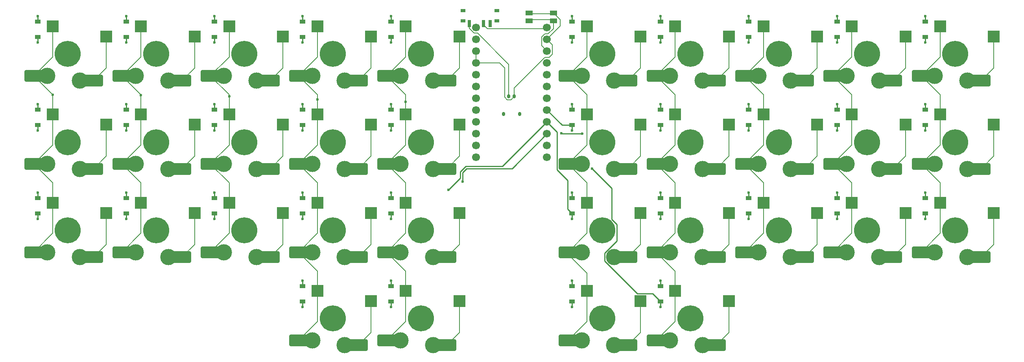
<source format=gbr>
%TF.GenerationSoftware,KiCad,Pcbnew,9.0.1*%
%TF.CreationDate,2025-05-05T07:00:38+08:00*%
%TF.ProjectId,board,626f6172-642e-46b6-9963-61645f706362,v1.0.0*%
%TF.SameCoordinates,Original*%
%TF.FileFunction,Copper,L2,Bot*%
%TF.FilePolarity,Positive*%
%FSLAX46Y46*%
G04 Gerber Fmt 4.6, Leading zero omitted, Abs format (unit mm)*
G04 Created by KiCad (PCBNEW 9.0.1) date 2025-05-05 07:00:38*
%MOMM*%
%LPD*%
G01*
G04 APERTURE LIST*
G04 Aperture macros list*
%AMRoundRect*
0 Rectangle with rounded corners*
0 $1 Rounding radius*
0 $2 $3 $4 $5 $6 $7 $8 $9 X,Y pos of 4 corners*
0 Add a 4 corners polygon primitive as box body*
4,1,4,$2,$3,$4,$5,$6,$7,$8,$9,$2,$3,0*
0 Add four circle primitives for the rounded corners*
1,1,$1+$1,$2,$3*
1,1,$1+$1,$4,$5*
1,1,$1+$1,$6,$7*
1,1,$1+$1,$8,$9*
0 Add four rect primitives between the rounded corners*
20,1,$1+$1,$2,$3,$4,$5,0*
20,1,$1+$1,$4,$5,$6,$7,0*
20,1,$1+$1,$6,$7,$8,$9,0*
20,1,$1+$1,$8,$9,$2,$3,0*%
G04 Aperture macros list end*
%TA.AperFunction,SMDPad,CuDef*%
%ADD10R,1.200000X0.900000*%
%TD*%
%TA.AperFunction,ComponentPad*%
%ADD11C,1.700000*%
%TD*%
%TA.AperFunction,ComponentPad*%
%ADD12C,5.600000*%
%TD*%
%TA.AperFunction,SMDPad,CuDef*%
%ADD13RoundRect,0.250000X-1.750000X-1.000000X1.750000X-1.000000X1.750000X1.000000X-1.750000X1.000000X0*%
%TD*%
%TA.AperFunction,ComponentPad*%
%ADD14C,3.500000*%
%TD*%
%TA.AperFunction,SMDPad,CuDef*%
%ADD15R,2.600000X2.600000*%
%TD*%
%TA.AperFunction,SMDPad,CuDef*%
%ADD16RoundRect,0.175000X0.175000X0.225000X-0.175000X0.225000X-0.175000X-0.225000X0.175000X-0.225000X0*%
%TD*%
%TA.AperFunction,SMDPad,CuDef*%
%ADD17RoundRect,0.150000X0.150000X0.275000X-0.150000X0.275000X-0.150000X-0.275000X0.150000X-0.275000X0*%
%TD*%
%TA.AperFunction,SMDPad,CuDef*%
%ADD18R,1.550000X1.000000*%
%TD*%
%TA.AperFunction,SMDPad,CuDef*%
%ADD19R,1.000000X0.800000*%
%TD*%
%TA.AperFunction,SMDPad,CuDef*%
%ADD20R,0.700000X1.500000*%
%TD*%
%TA.AperFunction,ViaPad*%
%ADD21C,0.600000*%
%TD*%
%TA.AperFunction,ViaPad*%
%ADD22C,0.300000*%
%TD*%
%TA.AperFunction,Conductor*%
%ADD23C,0.200000*%
%TD*%
%TA.AperFunction,Conductor*%
%ADD24C,0.250000*%
%TD*%
G04 APERTURE END LIST*
D10*
%TO.P,D29,1*%
%TO.N,P15*%
X265540000Y-152330000D03*
%TO.P,D29,2*%
%TO.N,rightring_bottom*%
X265540000Y-149030000D03*
%TD*%
%TO.P,D12,1*%
%TO.N,P18*%
X150540000Y-133330000D03*
%TO.P,D12,2*%
%TO.N,leftindex_home*%
X150540000Y-130030000D03*
%TD*%
%TO.P,D23,1*%
%TO.N,P15*%
X227540000Y-152330000D03*
%TO.P,D23,2*%
%TO.N,rightindex_bottom*%
X227540000Y-149030000D03*
%TD*%
%TO.P,D4,1*%
%TO.N,P15*%
X112540000Y-152330000D03*
%TO.P,D4,2*%
%TO.N,leftring_bottom*%
X112540000Y-149030000D03*
%TD*%
%TO.P,D16,1*%
%TO.N,P18*%
X169540000Y-133330000D03*
%TO.P,D16,2*%
%TO.N,leftinner_home*%
X169540000Y-130030000D03*
%TD*%
%TO.P,D14,1*%
%TO.N,P14*%
X169540000Y-171330000D03*
%TO.P,D14,2*%
%TO.N,leftinner_thumb*%
X169540000Y-168030000D03*
%TD*%
%TO.P,D1,1*%
%TO.N,P15*%
X93540000Y-152330000D03*
%TO.P,D1,2*%
%TO.N,leftpinky_bottom*%
X93540000Y-149030000D03*
%TD*%
%TO.P,D21,1*%
%TO.N,P19*%
X208540000Y-114330000D03*
%TO.P,D21,2*%
%TO.N,rightinner_top*%
X208540000Y-111030000D03*
%TD*%
%TO.P,D30,1*%
%TO.N,P18*%
X265540000Y-133330000D03*
%TO.P,D30,2*%
%TO.N,rightring_home*%
X265540000Y-130030000D03*
%TD*%
%TO.P,D20,1*%
%TO.N,P18*%
X208540000Y-133330000D03*
%TO.P,D20,2*%
%TO.N,rightinner_home*%
X208540000Y-130030000D03*
%TD*%
%TO.P,D11,1*%
%TO.N,P15*%
X150540000Y-152330000D03*
%TO.P,D11,2*%
%TO.N,leftindex_bottom*%
X150540000Y-149030000D03*
%TD*%
%TO.P,D5,1*%
%TO.N,P18*%
X112540000Y-133330000D03*
%TO.P,D5,2*%
%TO.N,leftring_home*%
X112540000Y-130030000D03*
%TD*%
%TO.P,D19,1*%
%TO.N,P15*%
X208540000Y-152330000D03*
%TO.P,D19,2*%
%TO.N,rightinner_bottom*%
X208540000Y-149030000D03*
%TD*%
D11*
%TO.P,MCU1,1*%
%TO.N,RAW*%
X203120000Y-112300000D03*
%TO.P,MCU1,2*%
%TO.N,GND*%
X203120000Y-114840000D03*
%TO.P,MCU1,3*%
%TO.N,RST*%
X203120000Y-117380000D03*
%TO.P,MCU1,4*%
%TO.N,VCC*%
X203120000Y-119920000D03*
%TO.P,MCU1,5*%
%TO.N,P21*%
X203120000Y-122460000D03*
%TO.P,MCU1,6*%
%TO.N,P20*%
X203120000Y-125000000D03*
%TO.P,MCU1,7*%
%TO.N,P19*%
X203120000Y-127540000D03*
%TO.P,MCU1,8*%
%TO.N,P18*%
X203120000Y-130080000D03*
%TO.P,MCU1,9*%
%TO.N,P15*%
X203120000Y-132620000D03*
%TO.P,MCU1,10*%
%TO.N,P14*%
X203120000Y-135160000D03*
%TO.P,MCU1,11*%
%TO.N,P16*%
X203120000Y-137700000D03*
%TO.P,MCU1,12*%
%TO.N,P10*%
X203120000Y-140240000D03*
%TO.P,MCU1,13*%
%TO.N,P9*%
X187880000Y-140240000D03*
%TO.P,MCU1,14*%
%TO.N,P8*%
X187880000Y-137700000D03*
%TO.P,MCU1,15*%
%TO.N,P7*%
X187880000Y-135160000D03*
%TO.P,MCU1,16*%
%TO.N,P6*%
X187880000Y-132620000D03*
%TO.P,MCU1,17*%
%TO.N,P5*%
X187880000Y-130080000D03*
%TO.P,MCU1,18*%
%TO.N,P4*%
X187880000Y-127540000D03*
%TO.P,MCU1,19*%
%TO.N,P3*%
X187880000Y-125000000D03*
%TO.P,MCU1,20*%
%TO.N,P2*%
X187880000Y-122460000D03*
%TO.P,MCU1,21*%
%TO.N,GND*%
X187880000Y-119920000D03*
%TO.P,MCU1,22*%
X187880000Y-117380000D03*
%TO.P,MCU1,23*%
%TO.N,P0*%
X187880000Y-114840000D03*
%TO.P,MCU1,24*%
%TO.N,P1*%
X187880000Y-112300000D03*
%TD*%
D10*
%TO.P,D2,1*%
%TO.N,P18*%
X93540000Y-133330000D03*
%TO.P,D2,2*%
%TO.N,leftpinky_home*%
X93540000Y-130030000D03*
%TD*%
%TO.P,D7,1*%
%TO.N,P15*%
X131540000Y-152330000D03*
%TO.P,D7,2*%
%TO.N,leftmiddle_bottom*%
X131540000Y-149030000D03*
%TD*%
%TO.P,D31,1*%
%TO.N,P19*%
X265540000Y-114330000D03*
%TO.P,D31,2*%
%TO.N,rightring_top*%
X265540000Y-111030000D03*
%TD*%
%TO.P,D13,1*%
%TO.N,P19*%
X150540000Y-114330000D03*
%TO.P,D13,2*%
%TO.N,leftindex_top*%
X150540000Y-111030000D03*
%TD*%
%TO.P,D24,1*%
%TO.N,P18*%
X227540000Y-133330000D03*
%TO.P,D24,2*%
%TO.N,rightindex_home*%
X227540000Y-130030000D03*
%TD*%
%TO.P,D15,1*%
%TO.N,P15*%
X169540000Y-152330000D03*
%TO.P,D15,2*%
%TO.N,leftinner_bottom*%
X169540000Y-149030000D03*
%TD*%
%TO.P,D28,1*%
%TO.N,P19*%
X246540000Y-114330000D03*
%TO.P,D28,2*%
%TO.N,rightmiddle_top*%
X246540000Y-111030000D03*
%TD*%
%TO.P,D26,1*%
%TO.N,P15*%
X246540000Y-152330000D03*
%TO.P,D26,2*%
%TO.N,rightmiddle_bottom*%
X246540000Y-149030000D03*
%TD*%
%TO.P,D8,1*%
%TO.N,P18*%
X131540000Y-133330000D03*
%TO.P,D8,2*%
%TO.N,leftmiddle_home*%
X131540000Y-130030000D03*
%TD*%
%TO.P,D22,1*%
%TO.N,P14*%
X227540000Y-171330000D03*
%TO.P,D22,2*%
%TO.N,rightindex_thumb*%
X227540000Y-168030000D03*
%TD*%
%TO.P,D3,1*%
%TO.N,P19*%
X93540000Y-114330000D03*
%TO.P,D3,2*%
%TO.N,leftpinky_top*%
X93540000Y-111030000D03*
%TD*%
%TO.P,D27,1*%
%TO.N,P18*%
X246540000Y-133330000D03*
%TO.P,D27,2*%
%TO.N,rightmiddle_home*%
X246540000Y-130030000D03*
%TD*%
%TO.P,D10,1*%
%TO.N,P14*%
X150540000Y-171330000D03*
%TO.P,D10,2*%
%TO.N,leftindex_thumb*%
X150540000Y-168030000D03*
%TD*%
%TO.P,D17,1*%
%TO.N,P19*%
X169540000Y-114330000D03*
%TO.P,D17,2*%
%TO.N,leftinner_top*%
X169540000Y-111030000D03*
%TD*%
%TO.P,D25,1*%
%TO.N,P19*%
X227540000Y-114330000D03*
%TO.P,D25,2*%
%TO.N,rightindex_top*%
X227540000Y-111030000D03*
%TD*%
%TO.P,D34,1*%
%TO.N,P19*%
X284540000Y-114330000D03*
%TO.P,D34,2*%
%TO.N,rightpinky_top*%
X284540000Y-111030000D03*
%TD*%
%TO.P,D9,1*%
%TO.N,P19*%
X131540000Y-114330000D03*
%TO.P,D9,2*%
%TO.N,leftmiddle_top*%
X131540000Y-111030000D03*
%TD*%
%TO.P,D6,1*%
%TO.N,P19*%
X112540000Y-114330000D03*
%TO.P,D6,2*%
%TO.N,leftring_top*%
X112540000Y-111030000D03*
%TD*%
%TO.P,D18,1*%
%TO.N,P14*%
X208540000Y-171330000D03*
%TO.P,D18,2*%
%TO.N,rightinner_thumb*%
X208540000Y-168030000D03*
%TD*%
%TO.P,D33,1*%
%TO.N,P18*%
X284540000Y-133330000D03*
%TO.P,D33,2*%
%TO.N,rightpinky_home*%
X284540000Y-130030000D03*
%TD*%
%TO.P,D32,1*%
%TO.N,P15*%
X284540000Y-152330000D03*
%TO.P,D32,2*%
%TO.N,rightpinky_bottom*%
X284540000Y-149030000D03*
%TD*%
D12*
%TO.P,S31,*%
%TO.N,*%
X272000000Y-118000000D03*
D13*
%TO.P,S31,1*%
%TO.N,P10*%
X264650000Y-122700000D03*
D14*
X267600000Y-122700000D03*
%TO.P,S31,2*%
%TO.N,rightring_top*%
X274600000Y-123750000D03*
D13*
X277550000Y-123750000D03*
%TD*%
D12*
%TO.P,S7,*%
%TO.N,*%
X138000000Y-156000000D03*
D13*
%TO.P,S7,1*%
%TO.N,P4*%
X130650000Y-160700000D03*
D14*
X133600000Y-160700000D03*
%TO.P,S7,2*%
%TO.N,leftmiddle_bottom*%
X140600000Y-161750000D03*
D13*
X143550000Y-161750000D03*
%TD*%
D15*
%TO.P,S65,1*%
%TO.N,P10*%
X268725000Y-112050000D03*
%TO.P,S65,2*%
%TO.N,rightring_top*%
X280275000Y-114250000D03*
%TD*%
%TO.P,S49,1*%
%TO.N,P6*%
X172725000Y-150050000D03*
%TO.P,S49,2*%
%TO.N,leftinner_bottom*%
X184275000Y-152250000D03*
%TD*%
%TO.P,S42,1*%
%TO.N,P4*%
X134725000Y-131050000D03*
%TO.P,S42,2*%
%TO.N,leftmiddle_home*%
X146275000Y-133250000D03*
%TD*%
D16*
%TO.P,CONN1,*%
%TO.N,*%
X193750000Y-130900000D03*
X197250000Y-130900000D03*
D17*
%TO.P,CONN1,1*%
%TO.N,GND*%
X196100000Y-127125000D03*
%TO.P,CONN1,2*%
%TO.N,BAT_P*%
X194900000Y-127125000D03*
%TD*%
D12*
%TO.P,S4,*%
%TO.N,*%
X119000000Y-156000000D03*
D13*
%TO.P,S4,1*%
%TO.N,P3*%
X111650000Y-160700000D03*
D14*
X114600000Y-160700000D03*
%TO.P,S4,2*%
%TO.N,leftring_bottom*%
X121600000Y-161750000D03*
D13*
X124550000Y-161750000D03*
%TD*%
D15*
%TO.P,S64,1*%
%TO.N,P10*%
X268725000Y-131050000D03*
%TO.P,S64,2*%
%TO.N,rightring_home*%
X280275000Y-133250000D03*
%TD*%
%TO.P,S63,1*%
%TO.N,P10*%
X268725000Y-150050000D03*
%TO.P,S63,2*%
%TO.N,rightring_bottom*%
X280275000Y-152250000D03*
%TD*%
D12*
%TO.P,S29,*%
%TO.N,*%
X272000000Y-156000000D03*
D13*
%TO.P,S29,1*%
%TO.N,P10*%
X264650000Y-160700000D03*
D14*
X267600000Y-160700000D03*
%TO.P,S29,2*%
%TO.N,rightring_bottom*%
X274600000Y-161750000D03*
D13*
X277550000Y-161750000D03*
%TD*%
D12*
%TO.P,S26,*%
%TO.N,*%
X253000000Y-156000000D03*
D13*
%TO.P,S26,1*%
%TO.N,P9*%
X245650000Y-160700000D03*
D14*
X248600000Y-160700000D03*
%TO.P,S26,2*%
%TO.N,rightmiddle_bottom*%
X255600000Y-161750000D03*
D13*
X258550000Y-161750000D03*
%TD*%
D15*
%TO.P,S59,1*%
%TO.N,P8*%
X230725000Y-112050000D03*
%TO.P,S59,2*%
%TO.N,rightindex_top*%
X242275000Y-114250000D03*
%TD*%
D12*
%TO.P,S16,*%
%TO.N,*%
X176000000Y-137000000D03*
D13*
%TO.P,S16,1*%
%TO.N,P6*%
X168650000Y-141700000D03*
D14*
X171600000Y-141700000D03*
%TO.P,S16,2*%
%TO.N,leftinner_home*%
X178600000Y-142750000D03*
D13*
X181550000Y-142750000D03*
%TD*%
D12*
%TO.P,S6,*%
%TO.N,*%
X119000000Y-118000000D03*
D13*
%TO.P,S6,1*%
%TO.N,P3*%
X111650000Y-122700000D03*
D14*
X114600000Y-122700000D03*
%TO.P,S6,2*%
%TO.N,leftring_top*%
X121600000Y-123750000D03*
D13*
X124550000Y-123750000D03*
%TD*%
D12*
%TO.P,S5,*%
%TO.N,*%
X119000000Y-137000000D03*
D13*
%TO.P,S5,1*%
%TO.N,P3*%
X111650000Y-141700000D03*
D14*
X114600000Y-141700000D03*
%TO.P,S5,2*%
%TO.N,leftring_home*%
X121600000Y-142750000D03*
D13*
X124550000Y-142750000D03*
%TD*%
D12*
%TO.P,S1,*%
%TO.N,*%
X100000000Y-156000000D03*
D13*
%TO.P,S1,1*%
%TO.N,P2*%
X92650000Y-160700000D03*
D14*
X95600000Y-160700000D03*
%TO.P,S1,2*%
%TO.N,leftpinky_bottom*%
X102600000Y-161750000D03*
D13*
X105550000Y-161750000D03*
%TD*%
D15*
%TO.P,S39,1*%
%TO.N,P3*%
X115725000Y-131050000D03*
%TO.P,S39,2*%
%TO.N,leftring_home*%
X127275000Y-133250000D03*
%TD*%
%TO.P,S41,1*%
%TO.N,P4*%
X134725000Y-150050000D03*
%TO.P,S41,2*%
%TO.N,leftmiddle_bottom*%
X146275000Y-152250000D03*
%TD*%
D12*
%TO.P,S2,*%
%TO.N,*%
X100000000Y-137000000D03*
D13*
%TO.P,S2,1*%
%TO.N,P2*%
X92650000Y-141700000D03*
D14*
X95600000Y-141700000D03*
%TO.P,S2,2*%
%TO.N,leftpinky_home*%
X102600000Y-142750000D03*
D13*
X105550000Y-142750000D03*
%TD*%
D15*
%TO.P,S47,1*%
%TO.N,P5*%
X153725000Y-112050000D03*
%TO.P,S47,2*%
%TO.N,leftindex_top*%
X165275000Y-114250000D03*
%TD*%
%TO.P,S55,1*%
%TO.N,P7*%
X211725000Y-112050000D03*
%TO.P,S55,2*%
%TO.N,rightinner_top*%
X223275000Y-114250000D03*
%TD*%
D12*
%TO.P,S24,*%
%TO.N,*%
X234000000Y-137000000D03*
D13*
%TO.P,S24,1*%
%TO.N,P8*%
X226650000Y-141700000D03*
D14*
X229600000Y-141700000D03*
%TO.P,S24,2*%
%TO.N,rightindex_home*%
X236600000Y-142750000D03*
D13*
X239550000Y-142750000D03*
%TD*%
D15*
%TO.P,S52,1*%
%TO.N,P7*%
X211725000Y-169050000D03*
%TO.P,S52,2*%
%TO.N,rightinner_thumb*%
X223275000Y-171250000D03*
%TD*%
D12*
%TO.P,S12,*%
%TO.N,*%
X157000000Y-137000000D03*
D13*
%TO.P,S12,1*%
%TO.N,P5*%
X149650000Y-141700000D03*
D14*
X152600000Y-141700000D03*
%TO.P,S12,2*%
%TO.N,leftindex_home*%
X159600000Y-142750000D03*
D13*
X162550000Y-142750000D03*
%TD*%
D15*
%TO.P,S35,1*%
%TO.N,P2*%
X96725000Y-150050000D03*
%TO.P,S35,2*%
%TO.N,leftpinky_bottom*%
X108275000Y-152250000D03*
%TD*%
D12*
%TO.P,S14,*%
%TO.N,*%
X176000000Y-175000000D03*
D13*
%TO.P,S14,1*%
%TO.N,P6*%
X168650000Y-179700000D03*
D14*
X171600000Y-179700000D03*
%TO.P,S14,2*%
%TO.N,leftinner_thumb*%
X178600000Y-180750000D03*
D13*
X181550000Y-180750000D03*
%TD*%
D12*
%TO.P,S33,*%
%TO.N,*%
X291000000Y-137000000D03*
D13*
%TO.P,S33,1*%
%TO.N,P16*%
X283650000Y-141700000D03*
D14*
X286600000Y-141700000D03*
%TO.P,S33,2*%
%TO.N,rightpinky_home*%
X293600000Y-142750000D03*
D13*
X296550000Y-142750000D03*
%TD*%
D15*
%TO.P,S45,1*%
%TO.N,P5*%
X153725000Y-150050000D03*
%TO.P,S45,2*%
%TO.N,leftindex_bottom*%
X165275000Y-152250000D03*
%TD*%
%TO.P,S57,1*%
%TO.N,P8*%
X230725000Y-150050000D03*
%TO.P,S57,2*%
%TO.N,rightindex_bottom*%
X242275000Y-152250000D03*
%TD*%
%TO.P,S54,1*%
%TO.N,P7*%
X211725000Y-131050000D03*
%TO.P,S54,2*%
%TO.N,rightinner_home*%
X223275000Y-133250000D03*
%TD*%
%TO.P,S62,1*%
%TO.N,P9*%
X249725000Y-112050000D03*
%TO.P,S62,2*%
%TO.N,rightmiddle_top*%
X261275000Y-114250000D03*
%TD*%
%TO.P,S37,1*%
%TO.N,P2*%
X96725000Y-112050000D03*
%TO.P,S37,2*%
%TO.N,leftpinky_top*%
X108275000Y-114250000D03*
%TD*%
D18*
%TO.P,RST1,1*%
%TO.N,GND*%
X199255000Y-109150000D03*
%TO.P,RST1,2*%
%TO.N,RST*%
X199255000Y-110850000D03*
%TO.P,RST1,3*%
%TO.N,GND*%
X204505000Y-109150000D03*
%TO.P,RST1,4*%
%TO.N,RST*%
X204505000Y-110850000D03*
%TD*%
D12*
%TO.P,S15,*%
%TO.N,*%
X176000000Y-156000000D03*
D13*
%TO.P,S15,1*%
%TO.N,P6*%
X168650000Y-160700000D03*
D14*
X171600000Y-160700000D03*
%TO.P,S15,2*%
%TO.N,leftinner_bottom*%
X178600000Y-161750000D03*
D13*
X181550000Y-161750000D03*
%TD*%
D12*
%TO.P,S30,*%
%TO.N,*%
X272000000Y-137000000D03*
D13*
%TO.P,S30,1*%
%TO.N,P10*%
X264650000Y-141700000D03*
D14*
X267600000Y-141700000D03*
%TO.P,S30,2*%
%TO.N,rightring_home*%
X274600000Y-142750000D03*
D13*
X277550000Y-142750000D03*
%TD*%
D15*
%TO.P,S68,1*%
%TO.N,P16*%
X287725000Y-112050000D03*
%TO.P,S68,2*%
%TO.N,rightpinky_top*%
X299275000Y-114250000D03*
%TD*%
%TO.P,S58,1*%
%TO.N,P8*%
X230725000Y-131050000D03*
%TO.P,S58,2*%
%TO.N,rightindex_home*%
X242275000Y-133250000D03*
%TD*%
D12*
%TO.P,S8,*%
%TO.N,*%
X138000000Y-137000000D03*
D13*
%TO.P,S8,1*%
%TO.N,P4*%
X130650000Y-141700000D03*
D14*
X133600000Y-141700000D03*
%TO.P,S8,2*%
%TO.N,leftmiddle_home*%
X140600000Y-142750000D03*
D13*
X143550000Y-142750000D03*
%TD*%
D12*
%TO.P,S9,*%
%TO.N,*%
X138000000Y-118000000D03*
D13*
%TO.P,S9,1*%
%TO.N,P4*%
X130650000Y-122700000D03*
D14*
X133600000Y-122700000D03*
%TO.P,S9,2*%
%TO.N,leftmiddle_top*%
X140600000Y-123750000D03*
D13*
X143550000Y-123750000D03*
%TD*%
D15*
%TO.P,S67,1*%
%TO.N,P16*%
X287725000Y-131050000D03*
%TO.P,S67,2*%
%TO.N,rightpinky_home*%
X299275000Y-133250000D03*
%TD*%
D12*
%TO.P,S22,*%
%TO.N,*%
X234000000Y-175000000D03*
D13*
%TO.P,S22,1*%
%TO.N,P8*%
X226650000Y-179700000D03*
D14*
X229600000Y-179700000D03*
%TO.P,S22,2*%
%TO.N,rightindex_thumb*%
X236600000Y-180750000D03*
D13*
X239550000Y-180750000D03*
%TD*%
D15*
%TO.P,S44,1*%
%TO.N,P5*%
X153725000Y-169050000D03*
%TO.P,S44,2*%
%TO.N,leftindex_thumb*%
X165275000Y-171250000D03*
%TD*%
%TO.P,S38,1*%
%TO.N,P3*%
X115725000Y-150050000D03*
%TO.P,S38,2*%
%TO.N,leftring_bottom*%
X127275000Y-152250000D03*
%TD*%
D12*
%TO.P,S13,*%
%TO.N,*%
X157000000Y-118000000D03*
D13*
%TO.P,S13,1*%
%TO.N,P5*%
X149650000Y-122700000D03*
D14*
X152600000Y-122700000D03*
%TO.P,S13,2*%
%TO.N,leftindex_top*%
X159600000Y-123750000D03*
D13*
X162550000Y-123750000D03*
%TD*%
D12*
%TO.P,S23,*%
%TO.N,*%
X234000000Y-156000000D03*
D13*
%TO.P,S23,1*%
%TO.N,P8*%
X226650000Y-160700000D03*
D14*
X229600000Y-160700000D03*
%TO.P,S23,2*%
%TO.N,rightindex_bottom*%
X236600000Y-161750000D03*
D13*
X239550000Y-161750000D03*
%TD*%
D15*
%TO.P,S43,1*%
%TO.N,P4*%
X134725000Y-112050000D03*
%TO.P,S43,2*%
%TO.N,leftmiddle_top*%
X146275000Y-114250000D03*
%TD*%
D12*
%TO.P,S3,*%
%TO.N,*%
X100000000Y-118000000D03*
D13*
%TO.P,S3,1*%
%TO.N,P2*%
X92650000Y-122700000D03*
D14*
X95600000Y-122700000D03*
%TO.P,S3,2*%
%TO.N,leftpinky_top*%
X102600000Y-123750000D03*
D13*
X105550000Y-123750000D03*
%TD*%
D15*
%TO.P,S48,1*%
%TO.N,P6*%
X172725000Y-169050000D03*
%TO.P,S48,2*%
%TO.N,leftinner_thumb*%
X184275000Y-171250000D03*
%TD*%
D12*
%TO.P,S34,*%
%TO.N,*%
X291000000Y-118000000D03*
D13*
%TO.P,S34,1*%
%TO.N,P16*%
X283650000Y-122700000D03*
D14*
X286600000Y-122700000D03*
%TO.P,S34,2*%
%TO.N,rightpinky_top*%
X293600000Y-123750000D03*
D13*
X296550000Y-123750000D03*
%TD*%
D12*
%TO.P,S25,*%
%TO.N,*%
X234000000Y-118000000D03*
D13*
%TO.P,S25,1*%
%TO.N,P8*%
X226650000Y-122700000D03*
D14*
X229600000Y-122700000D03*
%TO.P,S25,2*%
%TO.N,rightindex_top*%
X236600000Y-123750000D03*
D13*
X239550000Y-123750000D03*
%TD*%
D15*
%TO.P,S46,1*%
%TO.N,P5*%
X153725000Y-131050000D03*
%TO.P,S46,2*%
%TO.N,leftindex_home*%
X165275000Y-133250000D03*
%TD*%
D12*
%TO.P,S10,*%
%TO.N,*%
X157000000Y-175000000D03*
D13*
%TO.P,S10,1*%
%TO.N,P5*%
X149650000Y-179700000D03*
D14*
X152600000Y-179700000D03*
%TO.P,S10,2*%
%TO.N,leftindex_thumb*%
X159600000Y-180750000D03*
D13*
X162550000Y-180750000D03*
%TD*%
D12*
%TO.P,S28,*%
%TO.N,*%
X253000000Y-118000000D03*
D13*
%TO.P,S28,1*%
%TO.N,P9*%
X245650000Y-122700000D03*
D14*
X248600000Y-122700000D03*
%TO.P,S28,2*%
%TO.N,rightmiddle_top*%
X255600000Y-123750000D03*
D13*
X258550000Y-123750000D03*
%TD*%
D15*
%TO.P,S50,1*%
%TO.N,P6*%
X172725000Y-131050000D03*
%TO.P,S50,2*%
%TO.N,leftinner_home*%
X184275000Y-133250000D03*
%TD*%
D12*
%TO.P,S20,*%
%TO.N,*%
X215000000Y-137000000D03*
D13*
%TO.P,S20,1*%
%TO.N,P7*%
X207650000Y-141700000D03*
D14*
X210600000Y-141700000D03*
%TO.P,S20,2*%
%TO.N,rightinner_home*%
X217600000Y-142750000D03*
D13*
X220550000Y-142750000D03*
%TD*%
D15*
%TO.P,S36,1*%
%TO.N,P2*%
X96725000Y-131050000D03*
%TO.P,S36,2*%
%TO.N,leftpinky_home*%
X108275000Y-133250000D03*
%TD*%
%TO.P,S40,1*%
%TO.N,P3*%
X115725000Y-112050000D03*
%TO.P,S40,2*%
%TO.N,leftring_top*%
X127275000Y-114250000D03*
%TD*%
D12*
%TO.P,S17,*%
%TO.N,*%
X176000000Y-118000000D03*
D13*
%TO.P,S17,1*%
%TO.N,P6*%
X168650000Y-122700000D03*
D14*
X171600000Y-122700000D03*
%TO.P,S17,2*%
%TO.N,leftinner_top*%
X178600000Y-123750000D03*
D13*
X181550000Y-123750000D03*
%TD*%
D19*
%TO.P,PWR1,*%
%TO.N,*%
X185030000Y-110835000D03*
X192330000Y-110835000D03*
X185030000Y-108625000D03*
X192330000Y-108625000D03*
D20*
%TO.P,PWR1,1*%
%TO.N,BAT_P*%
X186430000Y-111485000D03*
%TO.P,PWR1,2*%
%TO.N,RAW*%
X189430000Y-111485000D03*
%TO.P,PWR1,3*%
%TO.N,N/C*%
X190930000Y-111485000D03*
%TD*%
D12*
%TO.P,S27,*%
%TO.N,*%
X253000000Y-137000000D03*
D13*
%TO.P,S27,1*%
%TO.N,P9*%
X245650000Y-141700000D03*
D14*
X248600000Y-141700000D03*
%TO.P,S27,2*%
%TO.N,rightmiddle_home*%
X255600000Y-142750000D03*
D13*
X258550000Y-142750000D03*
%TD*%
D15*
%TO.P,S51,1*%
%TO.N,P6*%
X172725000Y-112050000D03*
%TO.P,S51,2*%
%TO.N,leftinner_top*%
X184275000Y-114250000D03*
%TD*%
%TO.P,S53,1*%
%TO.N,P7*%
X211725000Y-150050000D03*
%TO.P,S53,2*%
%TO.N,rightinner_bottom*%
X223275000Y-152250000D03*
%TD*%
D12*
%TO.P,S21,*%
%TO.N,*%
X215000000Y-118000000D03*
D13*
%TO.P,S21,1*%
%TO.N,P7*%
X207650000Y-122700000D03*
D14*
X210600000Y-122700000D03*
%TO.P,S21,2*%
%TO.N,rightinner_top*%
X217600000Y-123750000D03*
D13*
X220550000Y-123750000D03*
%TD*%
D12*
%TO.P,S11,*%
%TO.N,*%
X157000000Y-156000000D03*
D13*
%TO.P,S11,1*%
%TO.N,P5*%
X149650000Y-160700000D03*
D14*
X152600000Y-160700000D03*
%TO.P,S11,2*%
%TO.N,leftindex_bottom*%
X159600000Y-161750000D03*
D13*
X162550000Y-161750000D03*
%TD*%
D15*
%TO.P,S56,1*%
%TO.N,P8*%
X230725000Y-169050000D03*
%TO.P,S56,2*%
%TO.N,rightindex_thumb*%
X242275000Y-171250000D03*
%TD*%
D12*
%TO.P,S18,*%
%TO.N,*%
X215000000Y-175000000D03*
D13*
%TO.P,S18,1*%
%TO.N,P7*%
X207650000Y-179700000D03*
D14*
X210600000Y-179700000D03*
%TO.P,S18,2*%
%TO.N,rightinner_thumb*%
X217600000Y-180750000D03*
D13*
X220550000Y-180750000D03*
%TD*%
D15*
%TO.P,S60,1*%
%TO.N,P9*%
X249725000Y-150050000D03*
%TO.P,S60,2*%
%TO.N,rightmiddle_bottom*%
X261275000Y-152250000D03*
%TD*%
%TO.P,S61,1*%
%TO.N,P9*%
X249725000Y-131050000D03*
%TO.P,S61,2*%
%TO.N,rightmiddle_home*%
X261275000Y-133250000D03*
%TD*%
%TO.P,S66,1*%
%TO.N,P16*%
X287725000Y-150050000D03*
%TO.P,S66,2*%
%TO.N,rightpinky_bottom*%
X299275000Y-152250000D03*
%TD*%
D12*
%TO.P,S32,*%
%TO.N,*%
X291000000Y-156000000D03*
D13*
%TO.P,S32,1*%
%TO.N,P16*%
X283650000Y-160700000D03*
D14*
X286600000Y-160700000D03*
%TO.P,S32,2*%
%TO.N,rightpinky_bottom*%
X293600000Y-161750000D03*
D13*
X296550000Y-161750000D03*
%TD*%
D12*
%TO.P,S19,*%
%TO.N,*%
X215000000Y-156000000D03*
D13*
%TO.P,S19,1*%
%TO.N,P7*%
X207650000Y-160700000D03*
D14*
X210600000Y-160700000D03*
%TO.P,S19,2*%
%TO.N,rightinner_bottom*%
X217600000Y-161750000D03*
D13*
X220550000Y-161750000D03*
%TD*%
D21*
%TO.N,P2*%
X96725000Y-126775000D03*
%TO.N,leftpinky_bottom*%
X93540000Y-147830000D03*
X108275000Y-152250000D03*
%TO.N,leftpinky_home*%
X108275000Y-133250000D03*
X93540000Y-128830000D03*
%TO.N,leftpinky_top*%
X93540000Y-109830000D03*
D22*
X108275000Y-114250000D03*
D21*
%TO.N,P3*%
X115725000Y-126860000D03*
%TO.N,leftring_bottom*%
X112540000Y-147830000D03*
X127275000Y-152250000D03*
%TO.N,leftring_home*%
X112540000Y-128830000D03*
X127275000Y-133250000D03*
%TO.N,leftring_top*%
X127275000Y-114250000D03*
X112540000Y-109830000D03*
%TO.N,P4*%
X134725000Y-127130000D03*
%TO.N,leftmiddle_bottom*%
X146275000Y-152250000D03*
X131540000Y-147830000D03*
%TO.N,leftmiddle_home*%
X131540000Y-128830000D03*
X146275000Y-133250000D03*
%TO.N,leftmiddle_top*%
X131540000Y-109830000D03*
X146275000Y-114250000D03*
%TO.N,P5*%
X153725000Y-127780000D03*
%TO.N,leftindex_thumb*%
X165275000Y-171250000D03*
X150540000Y-166830000D03*
%TO.N,leftindex_bottom*%
X150540000Y-147830000D03*
X165275000Y-152250000D03*
%TO.N,leftindex_home*%
X150540000Y-128830000D03*
X165275000Y-133250000D03*
%TO.N,leftindex_top*%
X165275000Y-114250000D03*
X150540000Y-109830000D03*
%TO.N,P6*%
X172725000Y-128330000D03*
%TO.N,leftinner_thumb*%
X184275000Y-171250000D03*
X169540000Y-166830000D03*
%TO.N,leftinner_bottom*%
X184275000Y-152250000D03*
X169540000Y-147830000D03*
%TO.N,leftinner_home*%
X184275000Y-133250000D03*
X169540000Y-128830000D03*
%TO.N,leftinner_top*%
X169540000Y-109830000D03*
X184275000Y-114250000D03*
%TO.N,P7*%
X207460000Y-141720000D03*
%TO.N,rightinner_thumb*%
X223275000Y-171250000D03*
X208540000Y-166830000D03*
%TO.N,rightinner_bottom*%
X208540000Y-147830000D03*
X223275000Y-152250000D03*
%TO.N,rightinner_home*%
X208540000Y-128830000D03*
X223275000Y-133250000D03*
%TO.N,rightinner_top*%
X208540000Y-109830000D03*
X223275000Y-114250000D03*
%TO.N,P8*%
X226680000Y-141910000D03*
%TO.N,rightindex_thumb*%
X242275000Y-171250000D03*
X227540000Y-166830000D03*
%TO.N,rightindex_bottom*%
X242275000Y-152250000D03*
X227540000Y-147830000D03*
%TO.N,rightindex_home*%
X242275000Y-133250000D03*
X227540000Y-128830000D03*
%TO.N,rightindex_top*%
X242275000Y-114250000D03*
X227540000Y-109830000D03*
%TO.N,P9*%
X245600000Y-141810000D03*
%TO.N,rightmiddle_bottom*%
X246540000Y-147830000D03*
X261275000Y-152250000D03*
%TO.N,rightmiddle_home*%
X246540000Y-128830000D03*
X261275000Y-133250000D03*
%TO.N,rightmiddle_top*%
X261275000Y-114250000D03*
X246540000Y-109830000D03*
%TO.N,P10*%
X268725000Y-131210000D03*
X268725000Y-131210000D03*
%TO.N,rightring_bottom*%
X280275000Y-152250000D03*
X265540000Y-147830000D03*
%TO.N,rightring_home*%
X265540000Y-128830000D03*
X280275000Y-133250000D03*
%TO.N,rightring_top*%
X265540000Y-109830000D03*
X280275000Y-114250000D03*
%TO.N,P16*%
X287850000Y-130960000D03*
%TO.N,rightpinky_bottom*%
X299275000Y-152250000D03*
X284540000Y-147830000D03*
%TO.N,rightpinky_home*%
X284540000Y-128830000D03*
X299275000Y-133250000D03*
%TO.N,rightpinky_top*%
X299275000Y-114250000D03*
X284540000Y-109830000D03*
%TO.N,P15*%
X208540000Y-153530000D03*
X93540000Y-153530000D03*
X246540000Y-153530000D03*
X131540000Y-153530000D03*
X169540000Y-153530000D03*
X150540000Y-153530000D03*
X181950000Y-147310000D03*
X265540000Y-153530000D03*
X112540000Y-153530000D03*
X227540000Y-153530000D03*
X284540000Y-153530000D03*
%TO.N,P18*%
X131540000Y-134530000D03*
X208540000Y-134530000D03*
X227540000Y-134530000D03*
X169540000Y-134530000D03*
X93540000Y-134530000D03*
X112540000Y-134530000D03*
X265540000Y-134530000D03*
X246540000Y-134530000D03*
X150540000Y-134530000D03*
X284540000Y-134530000D03*
%TO.N,P19*%
X150540000Y-115530000D03*
X169540000Y-115530000D03*
X284540000Y-115530000D03*
X227540000Y-115530000D03*
X131540000Y-115530000D03*
X208540000Y-115530000D03*
X265540000Y-115530000D03*
X246540000Y-115530000D03*
X93540000Y-115530000D03*
X112540000Y-115530000D03*
%TO.N,P14*%
X212800000Y-142710000D03*
X150540000Y-172530000D03*
X227540000Y-172530000D03*
X210730000Y-135130000D03*
X169540000Y-172530000D03*
X206220000Y-135120000D03*
X208540000Y-172530000D03*
X184950000Y-145470000D03*
%TD*%
D23*
%TO.N,P2*%
X96725000Y-145775000D02*
X96725000Y-150050000D01*
X96725000Y-156625000D02*
X92650000Y-160700000D01*
X96725000Y-126775000D02*
X96725000Y-131050000D01*
X92650000Y-141700000D02*
X96725000Y-145775000D01*
X96725000Y-137625000D02*
X92650000Y-141700000D01*
X96725000Y-131050000D02*
X96725000Y-137625000D01*
X96725000Y-150050000D02*
X96725000Y-156625000D01*
X96725000Y-118625000D02*
X92650000Y-122700000D01*
X96725000Y-112050000D02*
X96725000Y-118625000D01*
X92650000Y-122700000D02*
X96725000Y-126775000D01*
D24*
%TO.N,leftpinky_bottom*%
X93540000Y-147830000D02*
X93540000Y-149030000D01*
D23*
X108275000Y-159025000D02*
X105550000Y-161750000D01*
X108275000Y-152250000D02*
X108275000Y-159025000D01*
%TO.N,GND*%
X203120000Y-114840000D02*
X204271000Y-115991000D01*
X196100000Y-125312240D02*
X196100000Y-127125000D01*
X199456000Y-109351000D02*
X204304000Y-109351000D01*
X192920000Y-119920000D02*
X187880000Y-119920000D01*
X194559032Y-127851000D02*
X194000000Y-127291968D01*
X187880000Y-119920000D02*
X187880000Y-117380000D01*
X194000000Y-127291968D02*
X194000000Y-121000000D01*
X194000000Y-121000000D02*
X192920000Y-119920000D01*
X206000000Y-110645000D02*
X206000000Y-111960000D01*
X196100000Y-127125000D02*
X195374000Y-127851000D01*
X204271000Y-115991000D02*
X204271000Y-118094760D01*
X203596760Y-118769000D02*
X202643240Y-118769000D01*
X206000000Y-111960000D02*
X203120000Y-114840000D01*
X204304000Y-109351000D02*
X204505000Y-109150000D01*
X204505000Y-109150000D02*
X206000000Y-110645000D01*
X199255000Y-109150000D02*
X199456000Y-109351000D01*
X204271000Y-118094760D02*
X203596760Y-118769000D01*
X195374000Y-127851000D02*
X194559032Y-127851000D01*
X202643240Y-118769000D02*
X196100000Y-125312240D01*
%TO.N,leftpinky_home*%
X108275000Y-133250000D02*
X108275000Y-140025000D01*
D24*
X93540000Y-128830000D02*
X93540000Y-130030000D01*
D23*
X108275000Y-140025000D02*
X105550000Y-142750000D01*
%TO.N,leftpinky_top*%
X108275000Y-121025000D02*
X105550000Y-123750000D01*
D24*
X93540000Y-109830000D02*
X93540000Y-111030000D01*
D23*
X108275000Y-114250000D02*
X108275000Y-121025000D01*
%TO.N,P3*%
X115725000Y-118625000D02*
X111650000Y-122700000D01*
X115725000Y-126860000D02*
X115725000Y-131050000D01*
X111650000Y-141700000D02*
X115725000Y-145775000D01*
X115725000Y-145775000D02*
X115725000Y-150050000D01*
X115725000Y-150050000D02*
X115725000Y-156625000D01*
X111650000Y-122700000D02*
X115725000Y-126775000D01*
X115725000Y-131050000D02*
X115725000Y-137625000D01*
X115725000Y-156625000D02*
X111650000Y-160700000D01*
X115725000Y-112050000D02*
X115725000Y-118625000D01*
X115725000Y-126775000D02*
X115725000Y-126860000D01*
X115725000Y-137625000D02*
X111650000Y-141700000D01*
%TO.N,leftring_bottom*%
X127275000Y-152250000D02*
X127275000Y-159025000D01*
X127275000Y-159025000D02*
X124550000Y-161750000D01*
D24*
X112540000Y-147830000D02*
X112540000Y-149030000D01*
D23*
%TO.N,leftring_home*%
X127275000Y-133250000D02*
X127275000Y-140025000D01*
X127275000Y-140025000D02*
X124550000Y-142750000D01*
D24*
X112540000Y-128830000D02*
X112540000Y-130030000D01*
D23*
%TO.N,leftring_top*%
X127275000Y-121025000D02*
X124550000Y-123750000D01*
D24*
X112540000Y-109830000D02*
X112540000Y-111030000D01*
D23*
X127275000Y-114250000D02*
X127275000Y-121025000D01*
%TO.N,P4*%
X130650000Y-122700000D02*
X134725000Y-126775000D01*
X134725000Y-156625000D02*
X130650000Y-160700000D01*
X134725000Y-127130000D02*
X134725000Y-131050000D01*
X134725000Y-126775000D02*
X134725000Y-127130000D01*
X134725000Y-112050000D02*
X134725000Y-118625000D01*
X130650000Y-141700000D02*
X134725000Y-145775000D01*
X134725000Y-145775000D02*
X134725000Y-150050000D01*
X134725000Y-137625000D02*
X130650000Y-141700000D01*
X134725000Y-118625000D02*
X130650000Y-122700000D01*
X134725000Y-131050000D02*
X134725000Y-137625000D01*
X134725000Y-150050000D02*
X134725000Y-156625000D01*
%TO.N,leftmiddle_bottom*%
X146275000Y-159025000D02*
X143550000Y-161750000D01*
X146275000Y-152250000D02*
X146275000Y-159025000D01*
D24*
X131540000Y-147830000D02*
X131540000Y-149030000D01*
D23*
%TO.N,leftmiddle_home*%
X146275000Y-133250000D02*
X146275000Y-140025000D01*
D24*
X131540000Y-128830000D02*
X131540000Y-130030000D01*
D23*
X146275000Y-140025000D02*
X143550000Y-142750000D01*
%TO.N,leftmiddle_top*%
X146275000Y-114250000D02*
X146275000Y-121025000D01*
D24*
X131540000Y-109830000D02*
X131540000Y-111030000D01*
D23*
X146275000Y-121025000D02*
X143550000Y-123750000D01*
%TO.N,P5*%
X153725000Y-164775000D02*
X153725000Y-169050000D01*
X153725000Y-127780000D02*
X153725000Y-126775000D01*
X153725000Y-127890000D02*
X153725000Y-131050000D01*
X153725000Y-118625000D02*
X149650000Y-122700000D01*
X149650000Y-141700000D02*
X153725000Y-145775000D01*
X153725000Y-131050000D02*
X153725000Y-137625000D01*
X149650000Y-160700000D02*
X153725000Y-164775000D01*
X153725000Y-175625000D02*
X149650000Y-179700000D01*
X153725000Y-150050000D02*
X153725000Y-156625000D01*
X153725000Y-126775000D02*
X149650000Y-122700000D01*
X153725000Y-112050000D02*
X153725000Y-118625000D01*
X153725000Y-156625000D02*
X149650000Y-160700000D01*
X153725000Y-169050000D02*
X153725000Y-175625000D01*
X153725000Y-137625000D02*
X149650000Y-141700000D01*
X153725000Y-127890000D02*
X153725000Y-127780000D01*
X153725000Y-145775000D02*
X153725000Y-150050000D01*
%TO.N,leftindex_thumb*%
X165275000Y-178025000D02*
X162550000Y-180750000D01*
X165275000Y-171250000D02*
X165275000Y-178025000D01*
D24*
X150540000Y-166830000D02*
X150540000Y-168030000D01*
%TO.N,leftindex_bottom*%
X150540000Y-147830000D02*
X150540000Y-149030000D01*
D23*
X165275000Y-159025000D02*
X162550000Y-161750000D01*
X165275000Y-152250000D02*
X165275000Y-159025000D01*
%TO.N,leftindex_home*%
X165275000Y-133250000D02*
X165275000Y-140025000D01*
X165275000Y-140025000D02*
X162550000Y-142750000D01*
D24*
X150540000Y-128830000D02*
X150540000Y-130030000D01*
%TO.N,leftindex_top*%
X150540000Y-109830000D02*
X150540000Y-111030000D01*
D23*
X165275000Y-114250000D02*
X165275000Y-121025000D01*
X165275000Y-121025000D02*
X162550000Y-123750000D01*
%TO.N,P6*%
X168650000Y-141700000D02*
X172725000Y-145775000D01*
X172725000Y-150050000D02*
X172725000Y-156625000D01*
X172725000Y-137625000D02*
X168650000Y-141700000D01*
X172725000Y-131050000D02*
X172725000Y-137625000D01*
X172725000Y-175625000D02*
X168650000Y-179700000D01*
X172725000Y-128330000D02*
X172725000Y-131050000D01*
X172725000Y-126775000D02*
X172725000Y-128330000D01*
X168650000Y-160700000D02*
X172725000Y-164775000D01*
X172725000Y-118625000D02*
X168650000Y-122700000D01*
X172725000Y-164775000D02*
X172725000Y-169050000D01*
X172725000Y-156625000D02*
X168650000Y-160700000D01*
X168650000Y-122700000D02*
X172725000Y-126775000D01*
X172725000Y-169050000D02*
X172725000Y-175625000D01*
X172725000Y-145775000D02*
X172725000Y-150050000D01*
X172725000Y-112050000D02*
X172725000Y-118625000D01*
%TO.N,leftinner_thumb*%
X184275000Y-171250000D02*
X184275000Y-178025000D01*
X184275000Y-178025000D02*
X181550000Y-180750000D01*
D24*
X169540000Y-166830000D02*
X169540000Y-168030000D01*
D23*
%TO.N,leftinner_bottom*%
X184275000Y-152250000D02*
X184275000Y-159025000D01*
X184275000Y-159025000D02*
X181550000Y-161750000D01*
D24*
X169540000Y-147830000D02*
X169540000Y-149030000D01*
%TO.N,leftinner_home*%
X169540000Y-128830000D02*
X169540000Y-130030000D01*
D23*
X184275000Y-133250000D02*
X184275000Y-140025000D01*
X184275000Y-140025000D02*
X181550000Y-142750000D01*
%TO.N,leftinner_top*%
X184275000Y-121025000D02*
X181550000Y-123750000D01*
D24*
X169540000Y-109830000D02*
X169540000Y-111030000D01*
D23*
X184275000Y-114250000D02*
X184275000Y-121025000D01*
%TO.N,P7*%
X211725000Y-150050000D02*
X211725000Y-156625000D01*
X211725000Y-137625000D02*
X207650000Y-141700000D01*
X211725000Y-131050000D02*
X211725000Y-137625000D01*
X207650000Y-161150000D02*
X211725000Y-165225000D01*
X207650000Y-122700000D02*
X211725000Y-126775000D01*
X211725000Y-169050000D02*
X211725000Y-175625000D01*
X211725000Y-145775000D02*
X211725000Y-150050000D01*
X207650000Y-141700000D02*
X207480000Y-141700000D01*
X207480000Y-141700000D02*
X207460000Y-141720000D01*
X211725000Y-118625000D02*
X207650000Y-122700000D01*
X211725000Y-175625000D02*
X207650000Y-179700000D01*
X211725000Y-112050000D02*
X211725000Y-118625000D01*
X207650000Y-160700000D02*
X207650000Y-161150000D01*
X211725000Y-126775000D02*
X211725000Y-131050000D01*
X207650000Y-141700000D02*
X211725000Y-145775000D01*
X211725000Y-156625000D02*
X207650000Y-160700000D01*
X211725000Y-165225000D02*
X211725000Y-169050000D01*
%TO.N,rightinner_thumb*%
X223275000Y-178025000D02*
X220550000Y-180750000D01*
X223275000Y-171250000D02*
X223275000Y-178025000D01*
D24*
X208540000Y-166830000D02*
X208540000Y-168030000D01*
D23*
%TO.N,rightinner_bottom*%
X223275000Y-159025000D02*
X220550000Y-161750000D01*
X223275000Y-152250000D02*
X223275000Y-159025000D01*
D24*
X208540000Y-147830000D02*
X208540000Y-149030000D01*
D23*
%TO.N,rightinner_home*%
X223275000Y-133250000D02*
X223275000Y-140025000D01*
D24*
X208540000Y-128830000D02*
X208540000Y-130030000D01*
D23*
X223275000Y-140025000D02*
X220550000Y-142750000D01*
%TO.N,rightinner_top*%
X223275000Y-121025000D02*
X220550000Y-123750000D01*
D24*
X208540000Y-109830000D02*
X208540000Y-111030000D01*
D23*
X223275000Y-114250000D02*
X223275000Y-121025000D01*
%TO.N,P8*%
X226650000Y-160700000D02*
X230725000Y-164775000D01*
X230725000Y-112050000D02*
X230725000Y-118625000D01*
X230725000Y-137625000D02*
X226650000Y-141700000D01*
X230725000Y-118625000D02*
X226650000Y-122700000D01*
X230725000Y-164775000D02*
X230725000Y-169050000D01*
X230725000Y-131050000D02*
X230725000Y-137625000D01*
X226650000Y-141880000D02*
X226680000Y-141910000D01*
X230725000Y-169050000D02*
X230725000Y-175625000D01*
X230725000Y-126775000D02*
X230725000Y-131050000D01*
X230725000Y-145775000D02*
X230725000Y-150050000D01*
X230725000Y-150050000D02*
X230725000Y-156625000D01*
X226650000Y-141700000D02*
X230725000Y-145775000D01*
X226650000Y-141700000D02*
X226650000Y-141880000D01*
X230725000Y-175625000D02*
X226650000Y-179700000D01*
X230725000Y-156625000D02*
X226650000Y-160700000D01*
X226650000Y-122700000D02*
X230725000Y-126775000D01*
D24*
%TO.N,rightindex_thumb*%
X227540000Y-166830000D02*
X227540000Y-168030000D01*
D23*
X242275000Y-178025000D02*
X239550000Y-180750000D01*
X242275000Y-171250000D02*
X242275000Y-178025000D01*
%TO.N,rightindex_bottom*%
X242275000Y-152250000D02*
X242275000Y-159025000D01*
X242275000Y-159025000D02*
X239550000Y-161750000D01*
D24*
X227540000Y-147830000D02*
X227540000Y-149030000D01*
D23*
%TO.N,rightindex_home*%
X242275000Y-133250000D02*
X242275000Y-140025000D01*
X242275000Y-140025000D02*
X239550000Y-142750000D01*
D24*
X227540000Y-128830000D02*
X227540000Y-130030000D01*
D23*
%TO.N,rightindex_top*%
X242275000Y-121025000D02*
X239550000Y-123750000D01*
X242275000Y-114250000D02*
X242275000Y-121025000D01*
D24*
X227540000Y-109830000D02*
X227540000Y-111030000D01*
D23*
%TO.N,P9*%
X249725000Y-150050000D02*
X249725000Y-156625000D01*
X249725000Y-118625000D02*
X245650000Y-122700000D01*
X245650000Y-141700000D02*
X245650000Y-141760000D01*
X245650000Y-122700000D02*
X249725000Y-126775000D01*
X249725000Y-145775000D02*
X249725000Y-150050000D01*
X245650000Y-141760000D02*
X245600000Y-141810000D01*
X249725000Y-156625000D02*
X245650000Y-160700000D01*
X245650000Y-141700000D02*
X249725000Y-145775000D01*
X249725000Y-112050000D02*
X249725000Y-118625000D01*
X249725000Y-137625000D02*
X245650000Y-141700000D01*
X249725000Y-131050000D02*
X249725000Y-137625000D01*
X249725000Y-126775000D02*
X249725000Y-131050000D01*
%TO.N,rightmiddle_bottom*%
X261275000Y-159025000D02*
X258550000Y-161750000D01*
D24*
X246540000Y-147830000D02*
X246540000Y-149030000D01*
D23*
X261275000Y-152250000D02*
X261275000Y-159025000D01*
%TO.N,rightmiddle_home*%
X261275000Y-133250000D02*
X261275000Y-140025000D01*
D24*
X246540000Y-128830000D02*
X246540000Y-130030000D01*
D23*
X261275000Y-140025000D02*
X258550000Y-142750000D01*
D24*
%TO.N,rightmiddle_top*%
X246540000Y-109830000D02*
X246540000Y-111030000D01*
D23*
X261275000Y-121025000D02*
X258550000Y-123750000D01*
X261275000Y-114250000D02*
X261275000Y-121025000D01*
%TO.N,P10*%
X268725000Y-126775000D02*
X268725000Y-131050000D01*
X268725000Y-156625000D02*
X264650000Y-160700000D01*
X268725000Y-150050000D02*
X268725000Y-156625000D01*
X268725000Y-118625000D02*
X264650000Y-122700000D01*
X268725000Y-131210000D02*
X268725000Y-137625000D01*
X264650000Y-122700000D02*
X268725000Y-126775000D01*
X268725000Y-112050000D02*
X268725000Y-118625000D01*
X268725000Y-145775000D02*
X268725000Y-150050000D01*
X268725000Y-131050000D02*
X268725000Y-131210000D01*
X264650000Y-141700000D02*
X268725000Y-145775000D01*
X268725000Y-137625000D02*
X264650000Y-141700000D01*
%TO.N,rightring_bottom*%
X280275000Y-159025000D02*
X277550000Y-161750000D01*
D24*
X265540000Y-147830000D02*
X265540000Y-149030000D01*
D23*
X280275000Y-152250000D02*
X280275000Y-159025000D01*
%TO.N,rightring_home*%
X280275000Y-140025000D02*
X277550000Y-142750000D01*
X280275000Y-133250000D02*
X280275000Y-140025000D01*
D24*
X265540000Y-128830000D02*
X265540000Y-130030000D01*
D23*
%TO.N,rightring_top*%
X280275000Y-121025000D02*
X277550000Y-123750000D01*
D24*
X265540000Y-109830000D02*
X265540000Y-111030000D01*
D23*
X280275000Y-114250000D02*
X280275000Y-121025000D01*
%TO.N,P16*%
X287725000Y-145775000D02*
X287725000Y-150050000D01*
X287760000Y-131050000D02*
X287850000Y-130960000D01*
X287725000Y-126775000D02*
X287725000Y-131050000D01*
X287725000Y-156625000D02*
X283650000Y-160700000D01*
X287725000Y-131050000D02*
X287760000Y-131050000D01*
X287725000Y-131050000D02*
X287725000Y-137625000D01*
X287725000Y-112050000D02*
X287725000Y-118625000D01*
X287725000Y-150050000D02*
X287725000Y-156625000D01*
X287725000Y-137625000D02*
X283650000Y-141700000D01*
X283650000Y-122700000D02*
X287725000Y-126775000D01*
X283650000Y-141700000D02*
X287725000Y-145775000D01*
X287725000Y-118625000D02*
X283650000Y-122700000D01*
%TO.N,rightpinky_bottom*%
X299275000Y-159025000D02*
X296550000Y-161750000D01*
D24*
X284540000Y-147830000D02*
X284540000Y-149030000D01*
D23*
X299275000Y-152250000D02*
X299275000Y-159025000D01*
D24*
%TO.N,rightpinky_home*%
X284540000Y-128830000D02*
X284540000Y-130030000D01*
D23*
X299275000Y-140025000D02*
X296550000Y-142750000D01*
X299275000Y-133250000D02*
X299275000Y-140025000D01*
%TO.N,rightpinky_top*%
X299275000Y-114250000D02*
X299275000Y-121025000D01*
D24*
X284540000Y-109830000D02*
X284540000Y-111030000D01*
D23*
X299275000Y-121025000D02*
X296550000Y-123750000D01*
D24*
%TO.N,P15*%
X185663190Y-142219000D02*
X193521000Y-142219000D01*
X193521000Y-142219000D02*
X203120000Y-132620000D01*
X184499000Y-144761000D02*
X184499000Y-143383190D01*
X203120000Y-132620000D02*
X205324000Y-134824000D01*
X93540000Y-153530000D02*
X93540000Y-152330000D01*
X246540000Y-153530000D02*
X246540000Y-152330000D01*
X265540000Y-153530000D02*
X265540000Y-152330000D01*
X150540000Y-153530000D02*
X150540000Y-152330000D01*
X131540000Y-153530000D02*
X131540000Y-152330000D01*
X208540000Y-153530000D02*
X208540000Y-152330000D01*
X205324000Y-142945514D02*
X207614000Y-145235514D01*
X181950000Y-147310000D02*
X184499000Y-144761000D01*
X227540000Y-153530000D02*
X227540000Y-152330000D01*
X207614000Y-145235514D02*
X207614000Y-151404000D01*
X112540000Y-153530000D02*
X112540000Y-152330000D01*
X184499000Y-143383190D02*
X185663190Y-142219000D01*
X169540000Y-153530000D02*
X169540000Y-152330000D01*
X205324000Y-134824000D02*
X205324000Y-142945514D01*
X207614000Y-151404000D02*
X208540000Y-152330000D01*
X284540000Y-153530000D02*
X284540000Y-152330000D01*
%TO.N,P18*%
X112540000Y-134530000D02*
X112540000Y-133330000D01*
X208540000Y-134530000D02*
X208540000Y-133330000D01*
X206370000Y-133330000D02*
X208540000Y-133330000D01*
X169540000Y-134530000D02*
X169540000Y-133330000D01*
X227540000Y-134530000D02*
X227540000Y-133330000D01*
X93540000Y-134530000D02*
X93540000Y-133330000D01*
X246540000Y-134530000D02*
X246540000Y-133330000D01*
X265540000Y-134530000D02*
X265540000Y-133330000D01*
X131540000Y-134530000D02*
X131540000Y-133330000D01*
X284540000Y-134530000D02*
X284540000Y-133330000D01*
X203120000Y-130080000D02*
X206370000Y-133330000D01*
X150540000Y-134530000D02*
X150540000Y-133330000D01*
%TO.N,P19*%
X265540000Y-115530000D02*
X265540000Y-114330000D01*
X208540000Y-115530000D02*
X208540000Y-114330000D01*
X112540000Y-115530000D02*
X112540000Y-114330000D01*
X284540000Y-115530000D02*
X284540000Y-114330000D01*
X93540000Y-115530000D02*
X93540000Y-114330000D01*
X246540000Y-115530000D02*
X246540000Y-114330000D01*
X150540000Y-115530000D02*
X150540000Y-114330000D01*
X131540000Y-115530000D02*
X131540000Y-114330000D01*
X169540000Y-115530000D02*
X169540000Y-114330000D01*
X227540000Y-115530000D02*
X227540000Y-114330000D01*
%TO.N,P14*%
X208540000Y-172530000D02*
X208540000Y-171330000D01*
X227540000Y-172530000D02*
X227540000Y-171330000D01*
X195610000Y-142670000D02*
X203120000Y-135160000D01*
X150540000Y-172530000D02*
X150540000Y-171330000D01*
X184950000Y-145470000D02*
X184950000Y-143570000D01*
X222538092Y-169624000D02*
X225834000Y-169624000D01*
X225834000Y-169624000D02*
X227540000Y-171330000D01*
X210704000Y-135156000D02*
X210730000Y-135130000D01*
X215524000Y-160890092D02*
X215524000Y-162609908D01*
X206256000Y-135156000D02*
X210704000Y-135156000D01*
X218126000Y-158288092D02*
X215524000Y-160890092D01*
X169540000Y-172530000D02*
X169540000Y-171330000D01*
X218126000Y-154705168D02*
X218126000Y-158288092D01*
X212800000Y-142710000D02*
X217030000Y-146940000D01*
X206220000Y-135120000D02*
X206256000Y-135156000D01*
X217030000Y-146940000D02*
X217030000Y-153609168D01*
X217030000Y-153609168D02*
X218126000Y-154705168D01*
X184950000Y-143570000D02*
X185850000Y-142670000D01*
X215524000Y-162609908D02*
X222538092Y-169624000D01*
X185850000Y-142670000D02*
X195610000Y-142670000D01*
D23*
%TO.N,RAW*%
X190279000Y-112536000D02*
X202884000Y-112536000D01*
X202884000Y-112536000D02*
X203120000Y-112300000D01*
X189430000Y-111687000D02*
X190279000Y-112536000D01*
X189430000Y-111485000D02*
X189430000Y-111687000D01*
%TO.N,RST*%
X203358760Y-113689000D02*
X202643240Y-113689000D01*
X199456000Y-110649000D02*
X204304000Y-110649000D01*
X204505000Y-112542760D02*
X203358760Y-113689000D01*
X204505000Y-110850000D02*
X204505000Y-112542760D01*
X204304000Y-110649000D02*
X204505000Y-110850000D01*
X202643240Y-113689000D02*
X201969000Y-114363240D01*
X201969000Y-116229000D02*
X203120000Y-117380000D01*
X199255000Y-110850000D02*
X199456000Y-110649000D01*
X201969000Y-114363240D02*
X201969000Y-116229000D01*
%TO.N,BAT_P*%
X186430000Y-111485000D02*
X186430000Y-112477760D01*
X194900000Y-120232240D02*
X194900000Y-127125000D01*
X187452240Y-113500000D02*
X188167760Y-113500000D01*
X188167760Y-113500000D02*
X194900000Y-120232240D01*
X186430000Y-112477760D02*
X187452240Y-113500000D01*
%TD*%
M02*

</source>
